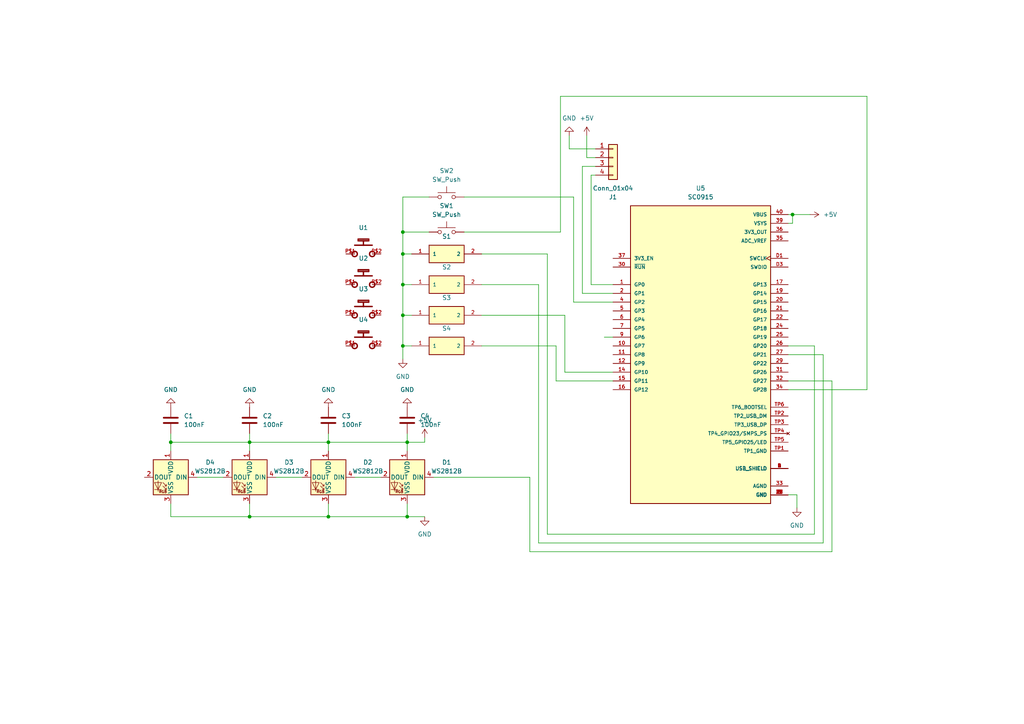
<source format=kicad_sch>
(kicad_sch (version 20211123) (generator eeschema)
  (paper "A4")
  (lib_symbols
    (symbol "Connector_Generic:Conn_01x04" (pin_names (offset 1.016) hide)
      (property "Reference" "J" (at 0 5.08 0))
      (property "Value" "Conn_01x04" (at 0 -7.62 0))
      (symbol "Conn_01x04_1_1"
        (rectangle (start -1.27 -4.953) (end 0 -5.207) (stroke (width 0.1524)))
        (rectangle (start -1.27 -2.413) (end 0 -2.667) (stroke (width 0.1524)))
        (rectangle (start -1.27 0.127) (end 0 -0.127) (stroke (width 0.1524)))
        (rectangle (start -1.27 2.667) (end 0 2.413) (stroke (width 0.1524)))
        (rectangle (start -1.27 3.81) (end 1.27 -6.35) (stroke (width 0.254)) (fill (type background)))
        (pin passive line (at -5.08 2.54 0) (length 3.81) (name "Pin_1") (number "1"))
        (pin passive line (at -5.08 0 0) (length 3.81) (name "Pin_2") (number "2"))
        (pin passive line (at -5.08 -2.54 0) (length 3.81) (name "Pin_3") (number "3"))
        (pin passive line (at -5.08 -5.08 0) (length 3.81) (name "Pin_4") (number "4"))
      )
    )
    (symbol "Device:C" (pin_numbers hide) (pin_names (offset 0.254))
      (property "Reference" "C" (at 0.635 2.54 0))
      (property "Value" "C" (at 0.635 -2.54 0))
      (symbol "C_0_1"
        (polyline (pts (xy -2.032 -0.762) (xy 2.032 -0.762)) (stroke (width 0.508)))
        (polyline (pts (xy -2.032 0.762) (xy 2.032 0.762)) (stroke (width 0.508)))
      )
      (symbol "C_1_1"
        (pin passive line (at 0 3.81 270) (length 2.794) (name "~") (number "1"))
        (pin passive line (at 0 -3.81 90) (length 2.794) (name "~") (number "2"))
      )
    )
    (symbol "LED:WS2812B" (pin_names (offset 0.254))
      (property "Reference" "D" (at 5.08 5.715 0))
      (property "Value" "WS2812B" (at 1.27 -5.715 0))
      (symbol "WS2812B_0_0"
        (text "RGB" (at 2.286 -4.191 0) (effects (font (size 0.762 0.762))))
      )
      (symbol "WS2812B_0_1"
        (polyline (pts (xy 1.27 -3.556) (xy 1.778 -3.556)))
        (polyline (pts (xy 1.27 -2.54) (xy 1.778 -2.54)))
        (polyline (pts (xy 4.699 -3.556) (xy 2.667 -3.556)))
        (polyline (pts (xy 2.286 -2.54) (xy 1.27 -3.556) (xy 1.27 -3.048)))
        (polyline (pts (xy 2.286 -1.524) (xy 1.27 -2.54) (xy 1.27 -2.032)))
        (polyline (pts (xy 3.683 -1.016) (xy 3.683 -3.556) (xy 3.683 -4.064)))
        (polyline (pts (xy 4.699 -1.524) (xy 2.667 -1.524) (xy 3.683 -3.556) (xy 4.699 -1.524)))
        (rectangle (start 5.08 5.08) (end -5.08 -5.08) (stroke (width 0.254)) (fill (type background)))
      )
      (symbol "WS2812B_1_1"
        (pin power_in line (at 0 7.62 270) (length 2.54) (name "VDD") (number "1"))
        (pin output line (at 7.62 0 180) (length 2.54) (name "DOUT") (number "2"))
        (pin power_in line (at 0 -7.62 90) (length 2.54) (name "VSS") (number "3"))
        (pin input line (at -7.62 0 0) (length 2.54) (name "DIN") (number "4"))
      )
    )
    (symbol "MX1A-11NN:MX1A-11NN" (pin_names (offset 1.016) hide)
      (property "Reference" "U" (at -4.445 -3.81 0))
      (symbol "MX1A-11NN_0_0"
        (circle (center -2.54 0) (radius 0.762) (stroke (width 0.4064)))
        (polyline (pts (xy -2.54 2.54) (xy 0 2.54)) (stroke (width 0.4064)))
        (polyline (pts (xy -1.524 3.81) (xy -1.524 4.318)) (stroke (width 0.4064)))
        (polyline (pts (xy -1.524 4.318) (xy 1.524 4.318)) (stroke (width 0.4064)))
        (polyline (pts (xy 0 2.54) (xy 0 3.81)) (stroke (width 0.4064)))
        (polyline (pts (xy 0 3.81) (xy -1.524 3.81)) (stroke (width 0.4064)))
        (polyline (pts (xy 1.524 3.81) (xy 0.254 3.81)) (stroke (width 0.4064)))
        (polyline (pts (xy 1.524 4.318) (xy 1.524 3.81)) (stroke (width 0.4064)))
        (polyline (pts (xy 2.54 2.54) (xy 0 2.54)) (stroke (width 0.4064)))
        (circle (center 2.54 0) (radius 0.762) (stroke (width 0.4064)))
        (pin passive line (at -5.08 0 0) (length 2.54) (name "~") (number "P$1"))
        (pin passive line (at 5.08 0 180) (length 2.54) (name "~") (number "P$2"))
      )
    )
    (symbol "PG151101S11:PG151101S11" (pin_names (offset 1.016))
      (property "Reference" "S" (at -5.08 3.81 0))
      (property "Value" "PG151101S11" (at -5.08 -3.81 0))
      (symbol "PG151101S11_0_0"
        (rectangle (start -5.08 -2.54) (end 5.08 2.54) (stroke (width 0.254)) (fill (type background)))
        (pin passive line (at -10.16 0 0) (length 5.08) (name "1") (number "1"))
        (pin passive line (at 10.16 0 180) (length 5.08) (name "2") (number "2"))
      )
    )
    (symbol "SC0915:SC0915" (pin_names (offset 1.016))
      (property "Reference" "U" (at -20.32 44.069 0))
      (property "Value" "SC0915" (at -20.32 -45.72 0))
      (symbol "SC0915_0_0"
        (rectangle (start -20.32 -43.18) (end 20.32 43.18) (stroke (width 0.254)) (fill (type background)))
        (pin bidirectional line (at -25.4 20.32 0) (length 5.08) (name "GP0") (number "1"))
        (pin bidirectional line (at -25.4 2.54 0) (length 5.08) (name "GP7") (number "10"))
        (pin bidirectional line (at -25.4 0 0) (length 5.08) (name "GP8") (number "11"))
        (pin bidirectional line (at -25.4 -2.54 0) (length 5.08) (name "GP9") (number "12"))
        (pin power_in line (at 25.4 -40.64 180) (length 5.08) (name "GND") (number "13"))
        (pin bidirectional line (at -25.4 -5.08 0) (length 5.08) (name "GP10") (number "14"))
        (pin bidirectional line (at -25.4 -7.62 0) (length 5.08) (name "GP11") (number "15"))
        (pin bidirectional line (at -25.4 -10.16 0) (length 5.08) (name "GP12") (number "16"))
        (pin bidirectional line (at 25.4 20.32 180) (length 5.08) (name "GP13") (number "17"))
        (pin power_in line (at 25.4 -40.64 180) (length 5.08) (name "GND") (number "18"))
        (pin bidirectional line (at 25.4 17.78 180) (length 5.08) (name "GP14") (number "19"))
        (pin bidirectional line (at -25.4 17.78 0) (length 5.08) (name "GP1") (number "2"))
        (pin bidirectional line (at 25.4 15.24 180) (length 5.08) (name "GP15") (number "20"))
        (pin bidirectional line (at 25.4 12.7 180) (length 5.08) (name "GP16") (number "21"))
        (pin bidirectional line (at 25.4 10.16 180) (length 5.08) (name "GP17") (number "22"))
        (pin power_in line (at 25.4 -40.64 180) (length 5.08) (name "GND") (number "23"))
        (pin bidirectional line (at 25.4 7.62 180) (length 5.08) (name "GP18") (number "24"))
        (pin bidirectional line (at 25.4 5.08 180) (length 5.08) (name "GP19") (number "25"))
        (pin bidirectional line (at 25.4 2.54 180) (length 5.08) (name "GP20") (number "26"))
        (pin bidirectional line (at 25.4 0 180) (length 5.08) (name "GP21") (number "27"))
        (pin power_in line (at 25.4 -40.64 180) (length 5.08) (name "GND") (number "28"))
        (pin bidirectional line (at 25.4 -2.54 180) (length 5.08) (name "GP22") (number "29"))
        (pin power_in line (at 25.4 -40.64 180) (length 5.08) (name "GND") (number "3"))
        (pin input line (at -25.4 25.4 0) (length 5.08) (name "~{RUN}") (number "30"))
        (pin bidirectional line (at 25.4 -5.08 180) (length 5.08) (name "GP26") (number "31"))
        (pin bidirectional line (at 25.4 -7.62 180) (length 5.08) (name "GP27") (number "32"))
        (pin power_in line (at 25.4 -38.1 180) (length 5.08) (name "AGND") (number "33"))
        (pin bidirectional line (at 25.4 -10.16 180) (length 5.08) (name "GP28") (number "34"))
        (pin power_in line (at 25.4 33.02 180) (length 5.08) (name "ADC_VREF") (number "35"))
        (pin power_in line (at 25.4 35.56 180) (length 5.08) (name "3V3_OUT") (number "36"))
        (pin input line (at -25.4 27.94 0) (length 5.08) (name "3V3_EN") (number "37"))
        (pin power_in line (at 25.4 -40.64 180) (length 5.08) (name "GND") (number "38"))
        (pin power_in line (at 25.4 38.1 180) (length 5.08) (name "VSYS") (number "39"))
        (pin bidirectional line (at -25.4 15.24 0) (length 5.08) (name "GP2") (number "4"))
        (pin power_in line (at 25.4 40.64 180) (length 5.08) (name "VBUS") (number "40"))
        (pin bidirectional line (at -25.4 12.7 0) (length 5.08) (name "GP3") (number "5"))
        (pin bidirectional line (at -25.4 10.16 0) (length 5.08) (name "GP4") (number "6"))
        (pin bidirectional line (at -25.4 7.62 0) (length 5.08) (name "GP5") (number "7"))
        (pin power_in line (at 25.4 -40.64 180) (length 5.08) (name "GND") (number "8"))
        (pin bidirectional line (at -25.4 5.08 0) (length 5.08) (name "GP6") (number "9"))
        (pin power_in line (at 25.4 -33.02 180) (length 5.08) (name "USB_SHIELD") (number "A"))
        (pin power_in line (at 25.4 -33.02 180) (length 5.08) (name "USB_SHIELD") (number "B"))
        (pin power_in line (at 25.4 -33.02 180) (length 5.08) (name "USB_SHIELD") (number "C"))
        (pin power_in line (at 25.4 -33.02 180) (length 5.08) (name "USB_SHIELD") (number "D"))
        (pin input clock (at 25.4 27.94 180) (length 5.08) (name "SWCLK") (number "D1"))
        (pin power_in line (at 25.4 -40.64 180) (length 5.08) (name "GND") (number "D2"))
        (pin bidirectional line (at 25.4 25.4 180) (length 5.08) (name "SWDIO") (number "D3"))
        (pin power_in line (at 25.4 -27.94 180) (length 5.08) (name "TP1_GND") (number "TP1"))
        (pin bidirectional line (at 25.4 -17.78 180) (length 5.08) (name "TP2_USB_DM") (number "TP2"))
        (pin bidirectional line (at 25.4 -20.32 180) (length 5.08) (name "TP3_USB_DP") (number "TP3"))
        (pin no_connect line (at 25.4 -22.86 180) (length 5.08) (name "TP4_GPIO23/SMPS_PS") (number "TP4"))
        (pin output line (at 25.4 -25.4 180) (length 5.08) (name "TP5_GPIO25/LED") (number "TP5"))
        (pin input line (at 25.4 -15.24 180) (length 5.08) (name "TP6_BOOTSEL") (number "TP6"))
      )
    )
    (symbol "Switch:SW_Push" (pin_numbers hide) (pin_names (offset 1.016) hide)
      (property "Reference" "SW" (at 1.27 2.54 0))
      (property "Value" "SW_Push" (at 0 -1.524 0))
      (symbol "SW_Push_0_1"
        (circle (center -2.032 0) (radius 0.508))
        (polyline (pts (xy 0 1.27) (xy 0 3.048)))
        (polyline (pts (xy 2.54 1.27) (xy -2.54 1.27)))
        (circle (center 2.032 0) (radius 0.508))
        (pin passive line (at -5.08 0 0) (length 2.54) (name "1") (number "1"))
        (pin passive line (at 5.08 0 180) (length 2.54) (name "2") (number "2"))
      )
    )
    (symbol "power:+5V" (power) (pin_names (offset 0))
      (property "Value" "+5V" (at 0 3.556 0))
      (symbol "+5V_0_1"
        (polyline (pts (xy -0.762 1.27) (xy 0 2.54)))
        (polyline (pts (xy 0 0) (xy 0 2.54)))
        (polyline (pts (xy 0 2.54) (xy 0.762 1.27)))
      )
      (symbol "+5V_1_1"
        (pin power_in line (at 0 0 90) (length 0) hide (name "+5V") (number "1"))
      )
    )
    (symbol "power:GND" (power) (pin_names (offset 0))
      (property "Value" "GND" (at 0 -3.81 0))
      (symbol "GND_0_1"
        (polyline (pts (xy 0 0) (xy 0 -1.27) (xy 1.27 -1.27) (xy 0 -2.54) (xy -1.27 -1.27) (xy 0 -1.27)))
      )
      (symbol "GND_1_1"
        (pin power_in line (at 0 0 270) (length 0) hide (name "GND") (number "1"))
      )
    )
  )
  (junction (at 49.53 128.27))
  (junction (at 95.25 128.27))
  (junction (at 116.84 91.44))
  (junction (at 116.84 73.66))
  (junction (at 116.84 82.55))
  (junction (at 118.11 149.86))
  (junction (at 72.39 149.86))
  (junction (at 229.87 62.23))
  (junction (at 118.11 128.27))
  (junction (at 72.39 128.27))
  (junction (at 116.84 100.33))
  (junction (at 116.84 67.31))
  (junction (at 95.25 149.86))
  (wire (pts (xy 251.46 113.03) (xy 251.46 27.94)))
  (wire (pts (xy 116.84 82.55) (xy 119.38 82.55)))
  (wire (pts (xy 228.6 64.77) (xy 229.87 64.77)))
  (wire (pts (xy 57.15 138.43) (xy 64.77 138.43)))
  (wire (pts (xy 153.67 160.02) (xy 241.3 160.02)))
  (wire (pts (xy 125.73 138.43) (xy 153.67 138.43)))
  (wire (pts (xy 95.25 149.86) (xy 118.11 149.86)))
  (wire (pts (xy 116.84 73.66) (xy 119.38 73.66)))
  (wire (pts (xy 158.75 73.66) (xy 158.75 154.94)))
  (wire (pts (xy 95.25 125.73) (xy 95.25 128.27)))
  (wire (pts (xy 72.39 125.73) (xy 72.39 128.27)))
  (wire (pts (xy 170.18 45.72) (xy 172.72 45.72)))
  (wire (pts (xy 72.39 130.81) (xy 72.39 128.27)))
  (wire (pts (xy 231.14 147.32) (xy 231.14 143.51)))
  (wire (pts (xy 116.84 82.55) (xy 116.84 73.66)))
  (wire (pts (xy 116.84 104.14) (xy 116.84 100.33)))
  (wire (pts (xy 72.39 128.27) (xy 95.25 128.27)))
  (wire (pts (xy 139.7 82.55) (xy 156.21 82.55)))
  (wire (pts (xy 134.62 67.31) (xy 162.56 67.31)))
  (wire (pts (xy 166.37 87.63) (xy 177.8 87.63)))
  (wire (pts (xy 153.67 138.43) (xy 153.67 160.02)))
  (wire (pts (xy 118.11 149.86) (xy 118.11 146.05)))
  (wire (pts (xy 95.25 128.27) (xy 118.11 128.27)))
  (wire (pts (xy 236.22 100.33) (xy 228.6 100.33)))
  (wire (pts (xy 116.84 91.44) (xy 116.84 82.55)))
  (wire (pts (xy 156.21 82.55) (xy 156.21 157.48)))
  (wire (pts (xy 170.18 45.72) (xy 170.18 39.37)))
  (wire (pts (xy 124.46 57.15) (xy 116.84 57.15)))
  (wire (pts (xy 162.56 27.94) (xy 162.56 67.31)))
  (wire (pts (xy 228.6 113.03) (xy 251.46 113.03)))
  (wire (pts (xy 49.53 146.05) (xy 49.53 149.86)))
  (wire (pts (xy 161.29 110.49) (xy 177.8 110.49)))
  (wire (pts (xy 123.19 149.86) (xy 118.11 149.86)))
  (wire (pts (xy 229.87 62.23) (xy 234.95 62.23)))
  (wire (pts (xy 163.83 91.44) (xy 163.83 107.95)))
  (wire (pts (xy 165.1 43.18) (xy 172.72 43.18)))
  (wire (pts (xy 168.91 85.09) (xy 177.8 85.09)))
  (wire (pts (xy 172.72 48.26) (xy 168.91 48.26)))
  (wire (pts (xy 116.84 67.31) (xy 124.46 67.31)))
  (wire (pts (xy 116.84 100.33) (xy 116.84 91.44)))
  (wire (pts (xy 228.6 62.23) (xy 229.87 62.23)))
  (wire (pts (xy 49.53 149.86) (xy 72.39 149.86)))
  (wire (pts (xy 177.8 107.95) (xy 163.83 107.95)))
  (wire (pts (xy 80.01 138.43) (xy 87.63 138.43)))
  (wire (pts (xy 116.84 100.33) (xy 119.38 100.33)))
  (wire (pts (xy 171.45 50.8) (xy 171.45 82.55)))
  (wire (pts (xy 231.14 143.51) (xy 228.6 143.51)))
  (wire (pts (xy 139.7 100.33) (xy 161.29 100.33)))
  (wire (pts (xy 134.62 57.15) (xy 166.37 57.15)))
  (wire (pts (xy 172.72 50.8) (xy 171.45 50.8)))
  (wire (pts (xy 156.21 157.48) (xy 238.76 157.48)))
  (wire (pts (xy 116.84 57.15) (xy 116.84 67.31)))
  (wire (pts (xy 118.11 128.27) (xy 118.11 130.81)))
  (wire (pts (xy 177.8 97.79) (xy 175.26 97.79)))
  (wire (pts (xy 102.87 138.43) (xy 110.49 138.43)))
  (wire (pts (xy 49.53 128.27) (xy 72.39 128.27)))
  (wire (pts (xy 158.75 154.94) (xy 236.22 154.94)))
  (wire (pts (xy 95.25 130.81) (xy 95.25 128.27)))
  (wire (pts (xy 116.84 91.44) (xy 119.38 91.44)))
  (wire (pts (xy 166.37 57.15) (xy 166.37 87.63)))
  (wire (pts (xy 161.29 100.33) (xy 161.29 110.49)))
  (wire (pts (xy 168.91 48.26) (xy 168.91 85.09)))
  (wire (pts (xy 139.7 91.44) (xy 163.83 91.44)))
  (wire (pts (xy 139.7 73.66) (xy 158.75 73.66)))
  (wire (pts (xy 116.84 73.66) (xy 116.84 67.31)))
  (wire (pts (xy 238.76 157.48) (xy 238.76 102.87)))
  (wire (pts (xy 49.53 125.73) (xy 49.53 128.27)))
  (wire (pts (xy 95.25 146.05) (xy 95.25 149.86)))
  (wire (pts (xy 241.3 160.02) (xy 241.3 110.49)))
  (wire (pts (xy 72.39 146.05) (xy 72.39 149.86)))
  (wire (pts (xy 72.39 149.86) (xy 95.25 149.86)))
  (wire (pts (xy 238.76 102.87) (xy 228.6 102.87)))
  (wire (pts (xy 241.3 110.49) (xy 228.6 110.49)))
  (wire (pts (xy 251.46 27.94) (xy 162.56 27.94)))
  (wire (pts (xy 118.11 125.73) (xy 118.11 128.27)))
  (wire (pts (xy 123.19 127) (xy 123.19 128.27)))
  (wire (pts (xy 236.22 154.94) (xy 236.22 100.33)))
  (wire (pts (xy 165.1 39.37) (xy 165.1 43.18)))
  (wire (pts (xy 49.53 130.81) (xy 49.53 128.27)))
  (wire (pts (xy 171.45 82.55) (xy 177.8 82.55)))
  (wire (pts (xy 229.87 64.77) (xy 229.87 62.23)))
  (wire (pts (xy 123.19 128.27) (xy 118.11 128.27)))
  (symbol (lib_id "Switch:SW_Push") (at 129.54 67.31 0) (unit 1)
    (property "Reference" "SW1" (at 129.54 59.69 0))
    (property "Value" "SW_Push" (at 129.54 62.23 0))
    (property "Footprint" "Button_Switch_THT:SW_PUSH_6mm" (effects hide))
  )
  (symbol (lib_id "power:GND") (at 231.14 147.32 0) (unit 1)
    (property "Reference" "#PWR0108" (effects hide))
    (property "Value" "GND" (at 231.14 152.4 0))
  )
  (symbol (lib_id "power:+5V") (at 170.18 39.37 0) (unit 1)
    (property "Reference" "#PWR0102" (effects hide))
    (property "Value" "+5V" (at 170.18 34.29 0))
  )
  (symbol (lib_id "LED:WS2812B") (at 95.25 138.43 0) (mirror y) (unit 1)
    (property "Reference" "D2" (at 106.68 134.0993 0))
    (property "Value" "WS2812B" (at 106.68 136.6393 0))
    (property "Footprint" "LED_SMD:LED_WS2812B_PLCC4_5.0x5.0mm_P3.2mm" (effects hide))
    (property "Datasheet" "https://cdn-shop.adafruit.com/datasheets/WS2812B.pdf" (effects hide))
  )
  (symbol (lib_id "MX1A-11NN:MX1A-11NN") (at 105.41 100.33 0) (unit 1)
    (property "Reference" "U4" (at 105.41 92.71 0))
    (property "Value" "MX1A-11NN" (effects hide))
    (property "Footprint" "MX1A-11NN:CHERRY_MX1A-11NN_SWITCH" (effects hide))
  )
  (symbol (lib_id "power:GND") (at 165.1 39.37 180) (unit 1)
    (property "Reference" "#PWR0101" (effects hide))
    (property "Value" "GND" (at 165.1 34.29 0))
  )
  (symbol (lib_id "Connector_Generic:Conn_01x04") (at 177.8 45.72 0) (unit 1)
    (property "Reference" "J1" (at 177.8 57.15 0))
    (property "Value" "Conn_01x04" (at 177.8 54.61 0))
    (property "Footprint" "Connector_PinHeader_2.54mm:PinHeader_1x04_P2.54mm_Vertical" (effects hide))
  )
  (symbol (lib_id "MX1A-11NN:MX1A-11NN") (at 105.41 91.44 0) (unit 1)
    (property "Reference" "U3" (at 105.41 83.82 0))
    (property "Value" "MX1A-11NN" (effects hide))
    (property "Footprint" "MX1A-11NN:CHERRY_MX1A-11NN_SWITCH" (effects hide))
  )
  (symbol (lib_id "PG151101S11:PG151101S11") (at 129.54 100.33 0) (unit 1)
    (property "Reference" "S4" (at 129.54 95.25 0))
    (property "Value" "PG151101S11" (effects hide))
    (property "Footprint" "PG151101S11:SW_PG151101S11" (effects hide))
    (property "MANUFACTURER" "Kailh" (effects hide))
    (property "MAXIMUM_PACKAGE_HEIGHT" "1.95 mm" (effects hide))
    (property "STANDARD" "Manufacturer Recommendations" (effects hide))
    (property "PARTREV" "A" (effects hide))
  )
  (symbol (lib_id "Device:C") (at 95.25 121.92 0) (unit 1)
    (property "Reference" "C3" (at 99.06 120.6499 0) (effects (justify left)))
    (property "Value" "100nF" (at 99.06 123.1899 0) (effects (justify left)))
    (property "Footprint" "Capacitor_SMD:C_1206_3216Metric_Pad1.33x1.80mm_HandSolder" (effects hide))
  )
  (symbol (lib_id "power:GND") (at 49.53 118.11 180) (unit 1)
    (property "Reference" "#PWR0110" (effects hide))
    (property "Value" "GND" (at 49.53 113.03 0))
  )
  (symbol (lib_id "LED:WS2812B") (at 72.39 138.43 0) (mirror y) (unit 1)
    (property "Reference" "D3" (at 83.82 134.0993 0))
    (property "Value" "WS2812B" (at 83.82 136.6393 0))
    (property "Footprint" "LED_SMD:LED_WS2812B_PLCC4_5.0x5.0mm_P3.2mm" (effects hide))
    (property "Datasheet" "https://cdn-shop.adafruit.com/datasheets/WS2812B.pdf" (effects hide))
  )
  (symbol (lib_id "LED:WS2812B") (at 118.11 138.43 0) (mirror y) (unit 1)
    (property "Reference" "D1" (at 129.54 134.0993 0))
    (property "Value" "WS2812B" (at 129.54 136.6393 0))
    (property "Footprint" "LED_SMD:LED_WS2812B_PLCC4_5.0x5.0mm_P3.2mm" (effects hide))
    (property "Datasheet" "https://cdn-shop.adafruit.com/datasheets/WS2812B.pdf" (effects hide))
  )
  (symbol (lib_id "power:GND") (at 116.84 104.14 0) (unit 1)
    (property "Reference" "#PWR0105" (effects hide))
    (property "Value" "GND" (at 116.84 109.22 0))
  )
  (symbol (lib_id "power:+5V") (at 123.19 127 0) (unit 1)
    (property "Reference" "#PWR0104" (effects hide))
    (property "Value" "+5V" (at 123.19 121.92 0))
  )
  (symbol (lib_id "power:+5V") (at 234.95 62.23 270) (unit 1)
    (property "Reference" "#PWR0106" (effects hide))
    (property "Value" "+5V" (at 238.76 62.2299 90) (effects (justify left)))
  )
  (symbol (lib_id "MX1A-11NN:MX1A-11NN") (at 105.41 73.66 0) (unit 1)
    (property "Reference" "U1" (at 105.41 66.04 0))
    (property "Value" "MX1A-11NN" (effects hide))
    (property "Footprint" "MX1A-11NN:CHERRY_MX1A-11NN_SWITCH" (effects hide))
  )
  (symbol (lib_id "power:GND") (at 123.19 149.86 0) (unit 1)
    (property "Reference" "#PWR0103" (effects hide))
    (property "Value" "GND" (at 123.19 154.94 0))
  )
  (symbol (lib_id "PG151101S11:PG151101S11") (at 129.54 73.66 0) (unit 1)
    (property "Reference" "S1" (at 129.54 68.58 0))
    (property "Value" "PG151101S11" (effects hide))
    (property "Footprint" "PG151101S11:SW_PG151101S11" (effects hide))
    (property "MANUFACTURER" "Kailh" (effects hide))
    (property "MAXIMUM_PACKAGE_HEIGHT" "1.95 mm" (effects hide))
    (property "STANDARD" "Manufacturer Recommendations" (effects hide))
    (property "PARTREV" "A" (effects hide))
  )
  (symbol (lib_id "power:GND") (at 72.39 118.11 180) (unit 1)
    (property "Reference" "#PWR0111" (effects hide))
    (property "Value" "GND" (at 72.39 113.03 0))
  )
  (symbol (lib_id "MX1A-11NN:MX1A-11NN") (at 105.41 82.55 0) (unit 1)
    (property "Reference" "U2" (at 105.41 74.93 0))
    (property "Value" "MX1A-11NN" (effects hide))
    (property "Footprint" "MX1A-11NN:CHERRY_MX1A-11NN_SWITCH" (effects hide))
  )
  (symbol (lib_id "Device:C") (at 72.39 121.92 0) (unit 1)
    (property "Reference" "C2" (at 76.2 120.6499 0) (effects (justify left)))
    (property "Value" "100nF" (at 76.2 123.1899 0) (effects (justify left)))
    (property "Footprint" "Capacitor_SMD:C_1206_3216Metric_Pad1.33x1.80mm_HandSolder" (effects hide))
  )
  (symbol (lib_id "Device:C") (at 118.11 121.92 0) (unit 1)
    (property "Reference" "C4" (at 121.92 120.6499 0) (effects (justify left)))
    (property "Value" "100nF" (at 121.92 123.1899 0) (effects (justify left)))
    (property "Footprint" "Capacitor_SMD:C_1206_3216Metric_Pad1.33x1.80mm_HandSolder" (effects hide))
  )
  (symbol (lib_id "Switch:SW_Push") (at 129.54 57.15 0) (unit 1)
    (property "Reference" "SW2" (at 129.54 49.53 0))
    (property "Value" "SW_Push" (at 129.54 52.07 0))
    (property "Footprint" "Button_Switch_THT:SW_PUSH_6mm" (effects hide))
  )
  (symbol (lib_id "PG151101S11:PG151101S11") (at 129.54 82.55 0) (unit 1)
    (property "Reference" "S2" (at 129.54 77.47 0))
    (property "Value" "PG151101S11" (effects hide))
    (property "Footprint" "PG151101S11:SW_PG151101S11" (effects hide))
    (property "MANUFACTURER" "Kailh" (effects hide))
    (property "MAXIMUM_PACKAGE_HEIGHT" "1.95 mm" (effects hide))
    (property "STANDARD" "Manufacturer Recommendations" (effects hide))
    (property "PARTREV" "A" (effects hide))
  )
  (symbol (lib_id "SC0915:SC0915") (at 203.2 102.87 0) (unit 1)
    (property "Reference" "U5" (at 203.2 54.61 0))
    (property "Value" "SC0915" (at 203.2 57.15 0))
    (property "Footprint" "SC0915:RPi_Pico_SMD_TH" (effects hide))
    (property "MANUFACTURER" "Raspberry Pi" (effects hide))
    (property "MAXIMUM_PACKAGE_HEIGHT" "3.73mm" (effects hide))
    (property "PARTREV" "1.6" (effects hide))
    (property "STANDARD" "Manufacturer Recommendations" (effects hide))
  )
  (symbol (lib_id "Device:C") (at 49.53 121.92 0) (unit 1)
    (property "Reference" "C1" (at 53.34 120.6499 0) (effects (justify left)))
    (property "Value" "100nF" (at 53.34 123.1899 0) (effects (justify left)))
    (property "Footprint" "Capacitor_SMD:C_1206_3216Metric_Pad1.33x1.80mm_HandSolder" (effects hide))
  )
  (symbol (lib_id "power:GND") (at 95.25 118.11 180) (unit 1)
    (property "Reference" "#PWR0107" (effects hide))
    (property "Value" "GND" (at 95.25 113.03 0))
  )
  (symbol (lib_id "power:GND") (at 118.11 118.11 180) (unit 1)
    (property "Reference" "#PWR0109" (effects hide))
    (property "Value" "GND" (at 118.11 113.03 0))
  )
  (symbol (lib_id "PG151101S11:PG151101S11") (at 129.54 91.44 0) (unit 1)
    (property "Reference" "S3" (at 129.54 86.36 0))
    (property "Value" "PG151101S11" (effects hide))
    (property "Footprint" "PG151101S11:SW_PG151101S11" (effects hide))
    (property "MANUFACTURER" "Kailh" (effects hide))
    (property "MAXIMUM_PACKAGE_HEIGHT" "1.95 mm" (effects hide))
    (property "STANDARD" "Manufacturer Recommendations" (effects hide))
    (property "PARTREV" "A" (effects hide))
  )
  (symbol (lib_id "LED:WS2812B") (at 49.53 138.43 0) (mirror y) (unit 1)
    (property "Reference" "D4" (at 60.96 134.0993 0))
    (property "Value" "WS2812B" (at 60.96 136.6393 0))
    (property "Footprint" "LED_SMD:LED_WS2812B_PLCC4_5.0x5.0mm_P3.2mm" (effects hide))
    (property "Datasheet" "https://cdn-shop.adafruit.com/datasheets/WS2812B.pdf" (effects hide))
  )
)
</source>
